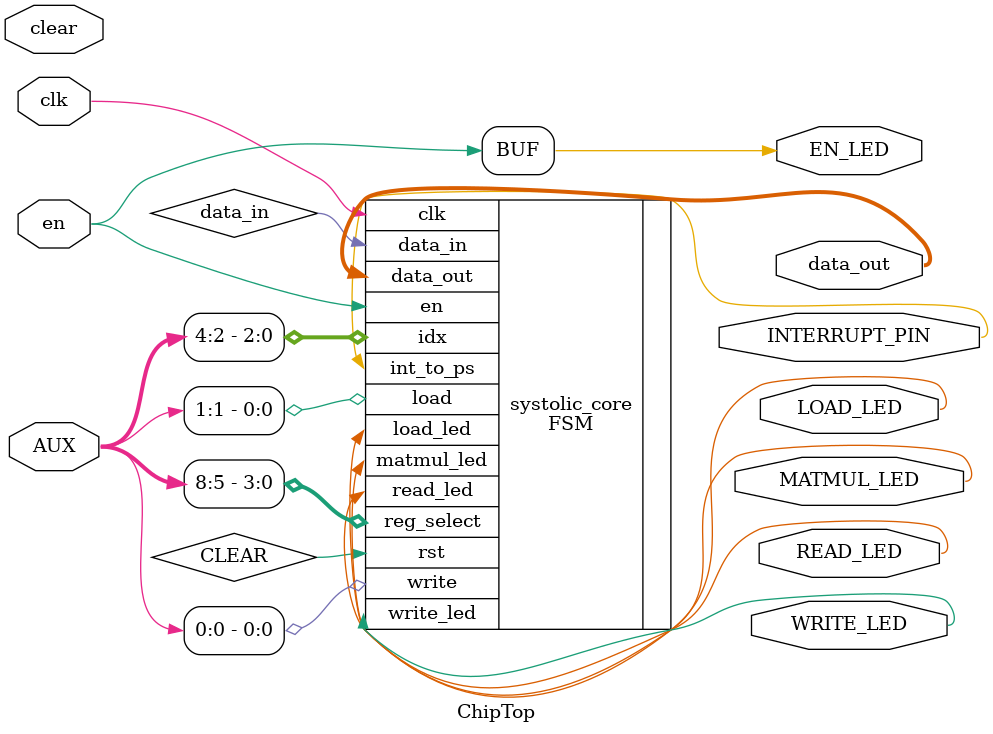
<source format=v>
`timescale 1ns / 1ps



module ChipTop(
    input en,
    input clk,
    input clear,
    input [8:0] AUX,
    output [7:0] data_out,
    output INTERRUPT_PIN,
    output READ_LED,
    output WRITE_LED,
    output LOAD_LED,
    output MATMUL_LED,
    output EN_LED
    );
    

    FSM systolic_core(
        .rst(CLEAR), .clk(clk), .en(en), .write(AUX[0]), .load(AUX[1]), .data_in(data_in),
        .idx(AUX[4:2]), .reg_select(AUX[8:5]), .data_out(data_out), .int_to_ps(INTERRUPT_PIN),
        .read_led(READ_LED), .write_led(WRITE_LED), .load_led(LOAD_LED), .matmul_led(MATMUL_LED)
    );
    
    assign EN_LED = en;
    
    
    
    
endmodule
</source>
